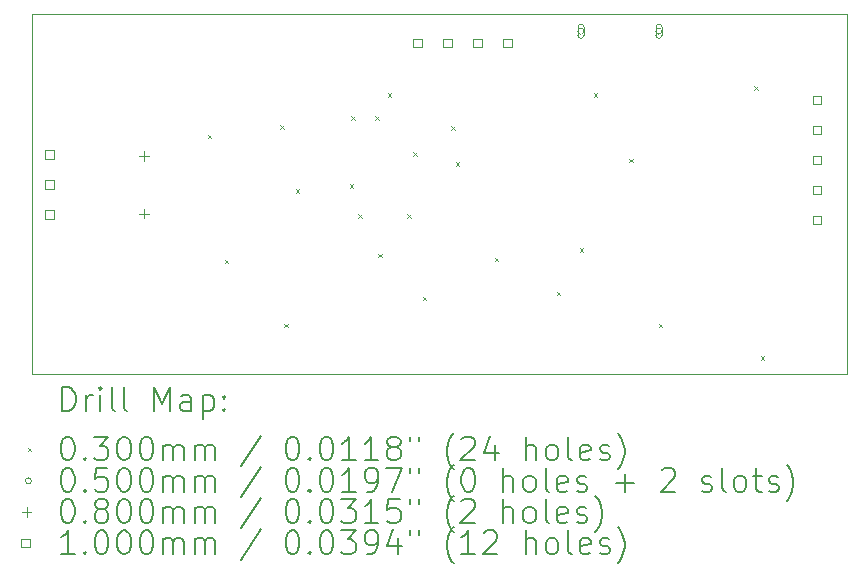
<source format=gbr>
%TF.GenerationSoftware,KiCad,Pcbnew,9.0.0*%
%TF.CreationDate,2025-08-28T17:52:37+02:00*%
%TF.ProjectId,audioVisualizer_PCB,61756469-6f56-4697-9375-616c697a6572,rev?*%
%TF.SameCoordinates,Original*%
%TF.FileFunction,Drillmap*%
%TF.FilePolarity,Positive*%
%FSLAX45Y45*%
G04 Gerber Fmt 4.5, Leading zero omitted, Abs format (unit mm)*
G04 Created by KiCad (PCBNEW 9.0.0) date 2025-08-28 17:52:37*
%MOMM*%
%LPD*%
G01*
G04 APERTURE LIST*
%ADD10C,0.050000*%
%ADD11C,0.200000*%
%ADD12C,0.100000*%
G04 APERTURE END LIST*
D10*
X10550000Y-4150000D02*
X17450000Y-4150000D01*
X17450000Y-7200000D01*
X10550000Y-7200000D01*
X10550000Y-4150000D01*
D11*
D12*
X12039550Y-5175300D02*
X12069550Y-5205300D01*
X12069550Y-5175300D02*
X12039550Y-5205300D01*
X12185000Y-6235000D02*
X12215000Y-6265000D01*
X12215000Y-6235000D02*
X12185000Y-6265000D01*
X12652890Y-5094030D02*
X12682890Y-5124030D01*
X12682890Y-5094030D02*
X12652890Y-5124030D01*
X12687140Y-6776350D02*
X12717140Y-6806350D01*
X12717140Y-6776350D02*
X12687140Y-6806350D01*
X12785000Y-5635000D02*
X12815000Y-5665000D01*
X12815000Y-5635000D02*
X12785000Y-5665000D01*
X13242120Y-5594600D02*
X13272120Y-5624600D01*
X13272120Y-5594600D02*
X13242120Y-5624600D01*
X13256570Y-5017190D02*
X13286570Y-5047190D01*
X13286570Y-5017190D02*
X13256570Y-5047190D01*
X13315420Y-5850980D02*
X13345420Y-5880980D01*
X13345420Y-5850980D02*
X13315420Y-5880980D01*
X13457120Y-5017740D02*
X13487120Y-5047740D01*
X13487120Y-5017740D02*
X13457120Y-5047740D01*
X13485000Y-6185000D02*
X13515000Y-6215000D01*
X13515000Y-6185000D02*
X13485000Y-6215000D01*
X13563420Y-4822650D02*
X13593420Y-4852650D01*
X13593420Y-4822650D02*
X13563420Y-4852650D01*
X13732020Y-5850980D02*
X13762020Y-5880980D01*
X13762020Y-5850980D02*
X13732020Y-5880980D01*
X13778980Y-5325030D02*
X13808980Y-5355030D01*
X13808980Y-5325030D02*
X13778980Y-5355030D01*
X13862590Y-6547200D02*
X13892590Y-6577200D01*
X13892590Y-6547200D02*
X13862590Y-6577200D01*
X14100920Y-5101750D02*
X14130920Y-5131750D01*
X14130920Y-5101750D02*
X14100920Y-5131750D01*
X14141100Y-5410200D02*
X14171100Y-5440200D01*
X14171100Y-5410200D02*
X14141100Y-5440200D01*
X14470930Y-6218150D02*
X14500930Y-6248150D01*
X14500930Y-6218150D02*
X14470930Y-6248150D01*
X14994270Y-6505080D02*
X15024270Y-6535080D01*
X15024270Y-6505080D02*
X14994270Y-6535080D01*
X15189180Y-6136840D02*
X15219180Y-6166840D01*
X15219180Y-6136840D02*
X15189180Y-6166840D01*
X15307800Y-4822650D02*
X15337800Y-4852650D01*
X15337800Y-4822650D02*
X15307800Y-4852650D01*
X15608600Y-5380850D02*
X15638600Y-5410850D01*
X15638600Y-5380850D02*
X15608600Y-5410850D01*
X15859290Y-6776350D02*
X15889290Y-6806350D01*
X15889290Y-6776350D02*
X15859290Y-6806350D01*
X16667620Y-4763550D02*
X16697620Y-4793550D01*
X16697620Y-4763550D02*
X16667620Y-4793550D01*
X16724310Y-7049950D02*
X16754310Y-7079950D01*
X16754310Y-7049950D02*
X16724310Y-7079950D01*
X15225000Y-4300000D02*
G75*
G02*
X15175000Y-4300000I-25000J0D01*
G01*
X15175000Y-4300000D02*
G75*
G02*
X15225000Y-4300000I25000J0D01*
G01*
X15175000Y-4265000D02*
X15175000Y-4335000D01*
X15225000Y-4335000D02*
G75*
G02*
X15175000Y-4335000I-25000J0D01*
G01*
X15225000Y-4335000D02*
X15225000Y-4265000D01*
X15225000Y-4265000D02*
G75*
G03*
X15175000Y-4265000I-25000J0D01*
G01*
X15885000Y-4300000D02*
G75*
G02*
X15835000Y-4300000I-25000J0D01*
G01*
X15835000Y-4300000D02*
G75*
G02*
X15885000Y-4300000I25000J0D01*
G01*
X15835000Y-4265000D02*
X15835000Y-4335000D01*
X15885000Y-4335000D02*
G75*
G02*
X15835000Y-4335000I-25000J0D01*
G01*
X15885000Y-4335000D02*
X15885000Y-4265000D01*
X15885000Y-4265000D02*
G75*
G03*
X15835000Y-4265000I-25000J0D01*
G01*
X11500000Y-5317000D02*
X11500000Y-5397000D01*
X11460000Y-5357000D02*
X11540000Y-5357000D01*
X11500000Y-5805000D02*
X11500000Y-5885000D01*
X11460000Y-5845000D02*
X11540000Y-5845000D01*
X10735356Y-5377356D02*
X10735356Y-5306644D01*
X10664644Y-5306644D01*
X10664644Y-5377356D01*
X10735356Y-5377356D01*
X10735356Y-5631356D02*
X10735356Y-5560644D01*
X10664644Y-5560644D01*
X10664644Y-5631356D01*
X10735356Y-5631356D01*
X10735356Y-5885356D02*
X10735356Y-5814644D01*
X10664644Y-5814644D01*
X10664644Y-5885356D01*
X10735356Y-5885356D01*
X13853356Y-4435356D02*
X13853356Y-4364644D01*
X13782644Y-4364644D01*
X13782644Y-4435356D01*
X13853356Y-4435356D01*
X14107356Y-4435356D02*
X14107356Y-4364644D01*
X14036644Y-4364644D01*
X14036644Y-4435356D01*
X14107356Y-4435356D01*
X14361356Y-4435356D02*
X14361356Y-4364644D01*
X14290644Y-4364644D01*
X14290644Y-4435356D01*
X14361356Y-4435356D01*
X14615356Y-4435356D02*
X14615356Y-4364644D01*
X14544644Y-4364644D01*
X14544644Y-4435356D01*
X14615356Y-4435356D01*
X17235356Y-4919356D02*
X17235356Y-4848644D01*
X17164644Y-4848644D01*
X17164644Y-4919356D01*
X17235356Y-4919356D01*
X17235356Y-5173356D02*
X17235356Y-5102644D01*
X17164644Y-5102644D01*
X17164644Y-5173356D01*
X17235356Y-5173356D01*
X17235356Y-5427356D02*
X17235356Y-5356644D01*
X17164644Y-5356644D01*
X17164644Y-5427356D01*
X17235356Y-5427356D01*
X17235356Y-5681356D02*
X17235356Y-5610644D01*
X17164644Y-5610644D01*
X17164644Y-5681356D01*
X17235356Y-5681356D01*
X17235356Y-5935356D02*
X17235356Y-5864644D01*
X17164644Y-5864644D01*
X17164644Y-5935356D01*
X17235356Y-5935356D01*
D11*
X10808277Y-7513984D02*
X10808277Y-7313984D01*
X10808277Y-7313984D02*
X10855896Y-7313984D01*
X10855896Y-7313984D02*
X10884467Y-7323508D01*
X10884467Y-7323508D02*
X10903515Y-7342555D01*
X10903515Y-7342555D02*
X10913039Y-7361603D01*
X10913039Y-7361603D02*
X10922563Y-7399698D01*
X10922563Y-7399698D02*
X10922563Y-7428269D01*
X10922563Y-7428269D02*
X10913039Y-7466365D01*
X10913039Y-7466365D02*
X10903515Y-7485412D01*
X10903515Y-7485412D02*
X10884467Y-7504460D01*
X10884467Y-7504460D02*
X10855896Y-7513984D01*
X10855896Y-7513984D02*
X10808277Y-7513984D01*
X11008277Y-7513984D02*
X11008277Y-7380650D01*
X11008277Y-7418746D02*
X11017801Y-7399698D01*
X11017801Y-7399698D02*
X11027324Y-7390174D01*
X11027324Y-7390174D02*
X11046372Y-7380650D01*
X11046372Y-7380650D02*
X11065420Y-7380650D01*
X11132086Y-7513984D02*
X11132086Y-7380650D01*
X11132086Y-7313984D02*
X11122563Y-7323508D01*
X11122563Y-7323508D02*
X11132086Y-7333031D01*
X11132086Y-7333031D02*
X11141610Y-7323508D01*
X11141610Y-7323508D02*
X11132086Y-7313984D01*
X11132086Y-7313984D02*
X11132086Y-7333031D01*
X11255896Y-7513984D02*
X11236848Y-7504460D01*
X11236848Y-7504460D02*
X11227324Y-7485412D01*
X11227324Y-7485412D02*
X11227324Y-7313984D01*
X11360658Y-7513984D02*
X11341610Y-7504460D01*
X11341610Y-7504460D02*
X11332086Y-7485412D01*
X11332086Y-7485412D02*
X11332086Y-7313984D01*
X11589229Y-7513984D02*
X11589229Y-7313984D01*
X11589229Y-7313984D02*
X11655896Y-7456841D01*
X11655896Y-7456841D02*
X11722562Y-7313984D01*
X11722562Y-7313984D02*
X11722562Y-7513984D01*
X11903515Y-7513984D02*
X11903515Y-7409222D01*
X11903515Y-7409222D02*
X11893991Y-7390174D01*
X11893991Y-7390174D02*
X11874943Y-7380650D01*
X11874943Y-7380650D02*
X11836848Y-7380650D01*
X11836848Y-7380650D02*
X11817801Y-7390174D01*
X11903515Y-7504460D02*
X11884467Y-7513984D01*
X11884467Y-7513984D02*
X11836848Y-7513984D01*
X11836848Y-7513984D02*
X11817801Y-7504460D01*
X11817801Y-7504460D02*
X11808277Y-7485412D01*
X11808277Y-7485412D02*
X11808277Y-7466365D01*
X11808277Y-7466365D02*
X11817801Y-7447317D01*
X11817801Y-7447317D02*
X11836848Y-7437793D01*
X11836848Y-7437793D02*
X11884467Y-7437793D01*
X11884467Y-7437793D02*
X11903515Y-7428269D01*
X11998753Y-7380650D02*
X11998753Y-7580650D01*
X11998753Y-7390174D02*
X12017801Y-7380650D01*
X12017801Y-7380650D02*
X12055896Y-7380650D01*
X12055896Y-7380650D02*
X12074943Y-7390174D01*
X12074943Y-7390174D02*
X12084467Y-7399698D01*
X12084467Y-7399698D02*
X12093991Y-7418746D01*
X12093991Y-7418746D02*
X12093991Y-7475888D01*
X12093991Y-7475888D02*
X12084467Y-7494936D01*
X12084467Y-7494936D02*
X12074943Y-7504460D01*
X12074943Y-7504460D02*
X12055896Y-7513984D01*
X12055896Y-7513984D02*
X12017801Y-7513984D01*
X12017801Y-7513984D02*
X11998753Y-7504460D01*
X12179705Y-7494936D02*
X12189229Y-7504460D01*
X12189229Y-7504460D02*
X12179705Y-7513984D01*
X12179705Y-7513984D02*
X12170182Y-7504460D01*
X12170182Y-7504460D02*
X12179705Y-7494936D01*
X12179705Y-7494936D02*
X12179705Y-7513984D01*
X12179705Y-7390174D02*
X12189229Y-7399698D01*
X12189229Y-7399698D02*
X12179705Y-7409222D01*
X12179705Y-7409222D02*
X12170182Y-7399698D01*
X12170182Y-7399698D02*
X12179705Y-7390174D01*
X12179705Y-7390174D02*
X12179705Y-7409222D01*
D12*
X10517500Y-7827500D02*
X10547500Y-7857500D01*
X10547500Y-7827500D02*
X10517500Y-7857500D01*
D11*
X10846372Y-7733984D02*
X10865420Y-7733984D01*
X10865420Y-7733984D02*
X10884467Y-7743508D01*
X10884467Y-7743508D02*
X10893991Y-7753031D01*
X10893991Y-7753031D02*
X10903515Y-7772079D01*
X10903515Y-7772079D02*
X10913039Y-7810174D01*
X10913039Y-7810174D02*
X10913039Y-7857793D01*
X10913039Y-7857793D02*
X10903515Y-7895888D01*
X10903515Y-7895888D02*
X10893991Y-7914936D01*
X10893991Y-7914936D02*
X10884467Y-7924460D01*
X10884467Y-7924460D02*
X10865420Y-7933984D01*
X10865420Y-7933984D02*
X10846372Y-7933984D01*
X10846372Y-7933984D02*
X10827324Y-7924460D01*
X10827324Y-7924460D02*
X10817801Y-7914936D01*
X10817801Y-7914936D02*
X10808277Y-7895888D01*
X10808277Y-7895888D02*
X10798753Y-7857793D01*
X10798753Y-7857793D02*
X10798753Y-7810174D01*
X10798753Y-7810174D02*
X10808277Y-7772079D01*
X10808277Y-7772079D02*
X10817801Y-7753031D01*
X10817801Y-7753031D02*
X10827324Y-7743508D01*
X10827324Y-7743508D02*
X10846372Y-7733984D01*
X10998753Y-7914936D02*
X11008277Y-7924460D01*
X11008277Y-7924460D02*
X10998753Y-7933984D01*
X10998753Y-7933984D02*
X10989229Y-7924460D01*
X10989229Y-7924460D02*
X10998753Y-7914936D01*
X10998753Y-7914936D02*
X10998753Y-7933984D01*
X11074944Y-7733984D02*
X11198753Y-7733984D01*
X11198753Y-7733984D02*
X11132086Y-7810174D01*
X11132086Y-7810174D02*
X11160658Y-7810174D01*
X11160658Y-7810174D02*
X11179705Y-7819698D01*
X11179705Y-7819698D02*
X11189229Y-7829222D01*
X11189229Y-7829222D02*
X11198753Y-7848269D01*
X11198753Y-7848269D02*
X11198753Y-7895888D01*
X11198753Y-7895888D02*
X11189229Y-7914936D01*
X11189229Y-7914936D02*
X11179705Y-7924460D01*
X11179705Y-7924460D02*
X11160658Y-7933984D01*
X11160658Y-7933984D02*
X11103515Y-7933984D01*
X11103515Y-7933984D02*
X11084467Y-7924460D01*
X11084467Y-7924460D02*
X11074944Y-7914936D01*
X11322562Y-7733984D02*
X11341610Y-7733984D01*
X11341610Y-7733984D02*
X11360658Y-7743508D01*
X11360658Y-7743508D02*
X11370182Y-7753031D01*
X11370182Y-7753031D02*
X11379705Y-7772079D01*
X11379705Y-7772079D02*
X11389229Y-7810174D01*
X11389229Y-7810174D02*
X11389229Y-7857793D01*
X11389229Y-7857793D02*
X11379705Y-7895888D01*
X11379705Y-7895888D02*
X11370182Y-7914936D01*
X11370182Y-7914936D02*
X11360658Y-7924460D01*
X11360658Y-7924460D02*
X11341610Y-7933984D01*
X11341610Y-7933984D02*
X11322562Y-7933984D01*
X11322562Y-7933984D02*
X11303515Y-7924460D01*
X11303515Y-7924460D02*
X11293991Y-7914936D01*
X11293991Y-7914936D02*
X11284467Y-7895888D01*
X11284467Y-7895888D02*
X11274943Y-7857793D01*
X11274943Y-7857793D02*
X11274943Y-7810174D01*
X11274943Y-7810174D02*
X11284467Y-7772079D01*
X11284467Y-7772079D02*
X11293991Y-7753031D01*
X11293991Y-7753031D02*
X11303515Y-7743508D01*
X11303515Y-7743508D02*
X11322562Y-7733984D01*
X11513039Y-7733984D02*
X11532086Y-7733984D01*
X11532086Y-7733984D02*
X11551134Y-7743508D01*
X11551134Y-7743508D02*
X11560658Y-7753031D01*
X11560658Y-7753031D02*
X11570182Y-7772079D01*
X11570182Y-7772079D02*
X11579705Y-7810174D01*
X11579705Y-7810174D02*
X11579705Y-7857793D01*
X11579705Y-7857793D02*
X11570182Y-7895888D01*
X11570182Y-7895888D02*
X11560658Y-7914936D01*
X11560658Y-7914936D02*
X11551134Y-7924460D01*
X11551134Y-7924460D02*
X11532086Y-7933984D01*
X11532086Y-7933984D02*
X11513039Y-7933984D01*
X11513039Y-7933984D02*
X11493991Y-7924460D01*
X11493991Y-7924460D02*
X11484467Y-7914936D01*
X11484467Y-7914936D02*
X11474943Y-7895888D01*
X11474943Y-7895888D02*
X11465420Y-7857793D01*
X11465420Y-7857793D02*
X11465420Y-7810174D01*
X11465420Y-7810174D02*
X11474943Y-7772079D01*
X11474943Y-7772079D02*
X11484467Y-7753031D01*
X11484467Y-7753031D02*
X11493991Y-7743508D01*
X11493991Y-7743508D02*
X11513039Y-7733984D01*
X11665420Y-7933984D02*
X11665420Y-7800650D01*
X11665420Y-7819698D02*
X11674943Y-7810174D01*
X11674943Y-7810174D02*
X11693991Y-7800650D01*
X11693991Y-7800650D02*
X11722563Y-7800650D01*
X11722563Y-7800650D02*
X11741610Y-7810174D01*
X11741610Y-7810174D02*
X11751134Y-7829222D01*
X11751134Y-7829222D02*
X11751134Y-7933984D01*
X11751134Y-7829222D02*
X11760658Y-7810174D01*
X11760658Y-7810174D02*
X11779705Y-7800650D01*
X11779705Y-7800650D02*
X11808277Y-7800650D01*
X11808277Y-7800650D02*
X11827324Y-7810174D01*
X11827324Y-7810174D02*
X11836848Y-7829222D01*
X11836848Y-7829222D02*
X11836848Y-7933984D01*
X11932086Y-7933984D02*
X11932086Y-7800650D01*
X11932086Y-7819698D02*
X11941610Y-7810174D01*
X11941610Y-7810174D02*
X11960658Y-7800650D01*
X11960658Y-7800650D02*
X11989229Y-7800650D01*
X11989229Y-7800650D02*
X12008277Y-7810174D01*
X12008277Y-7810174D02*
X12017801Y-7829222D01*
X12017801Y-7829222D02*
X12017801Y-7933984D01*
X12017801Y-7829222D02*
X12027324Y-7810174D01*
X12027324Y-7810174D02*
X12046372Y-7800650D01*
X12046372Y-7800650D02*
X12074943Y-7800650D01*
X12074943Y-7800650D02*
X12093991Y-7810174D01*
X12093991Y-7810174D02*
X12103515Y-7829222D01*
X12103515Y-7829222D02*
X12103515Y-7933984D01*
X12493991Y-7724460D02*
X12322563Y-7981603D01*
X12751134Y-7733984D02*
X12770182Y-7733984D01*
X12770182Y-7733984D02*
X12789229Y-7743508D01*
X12789229Y-7743508D02*
X12798753Y-7753031D01*
X12798753Y-7753031D02*
X12808277Y-7772079D01*
X12808277Y-7772079D02*
X12817801Y-7810174D01*
X12817801Y-7810174D02*
X12817801Y-7857793D01*
X12817801Y-7857793D02*
X12808277Y-7895888D01*
X12808277Y-7895888D02*
X12798753Y-7914936D01*
X12798753Y-7914936D02*
X12789229Y-7924460D01*
X12789229Y-7924460D02*
X12770182Y-7933984D01*
X12770182Y-7933984D02*
X12751134Y-7933984D01*
X12751134Y-7933984D02*
X12732086Y-7924460D01*
X12732086Y-7924460D02*
X12722563Y-7914936D01*
X12722563Y-7914936D02*
X12713039Y-7895888D01*
X12713039Y-7895888D02*
X12703515Y-7857793D01*
X12703515Y-7857793D02*
X12703515Y-7810174D01*
X12703515Y-7810174D02*
X12713039Y-7772079D01*
X12713039Y-7772079D02*
X12722563Y-7753031D01*
X12722563Y-7753031D02*
X12732086Y-7743508D01*
X12732086Y-7743508D02*
X12751134Y-7733984D01*
X12903515Y-7914936D02*
X12913039Y-7924460D01*
X12913039Y-7924460D02*
X12903515Y-7933984D01*
X12903515Y-7933984D02*
X12893991Y-7924460D01*
X12893991Y-7924460D02*
X12903515Y-7914936D01*
X12903515Y-7914936D02*
X12903515Y-7933984D01*
X13036848Y-7733984D02*
X13055896Y-7733984D01*
X13055896Y-7733984D02*
X13074944Y-7743508D01*
X13074944Y-7743508D02*
X13084467Y-7753031D01*
X13084467Y-7753031D02*
X13093991Y-7772079D01*
X13093991Y-7772079D02*
X13103515Y-7810174D01*
X13103515Y-7810174D02*
X13103515Y-7857793D01*
X13103515Y-7857793D02*
X13093991Y-7895888D01*
X13093991Y-7895888D02*
X13084467Y-7914936D01*
X13084467Y-7914936D02*
X13074944Y-7924460D01*
X13074944Y-7924460D02*
X13055896Y-7933984D01*
X13055896Y-7933984D02*
X13036848Y-7933984D01*
X13036848Y-7933984D02*
X13017801Y-7924460D01*
X13017801Y-7924460D02*
X13008277Y-7914936D01*
X13008277Y-7914936D02*
X12998753Y-7895888D01*
X12998753Y-7895888D02*
X12989229Y-7857793D01*
X12989229Y-7857793D02*
X12989229Y-7810174D01*
X12989229Y-7810174D02*
X12998753Y-7772079D01*
X12998753Y-7772079D02*
X13008277Y-7753031D01*
X13008277Y-7753031D02*
X13017801Y-7743508D01*
X13017801Y-7743508D02*
X13036848Y-7733984D01*
X13293991Y-7933984D02*
X13179706Y-7933984D01*
X13236848Y-7933984D02*
X13236848Y-7733984D01*
X13236848Y-7733984D02*
X13217801Y-7762555D01*
X13217801Y-7762555D02*
X13198753Y-7781603D01*
X13198753Y-7781603D02*
X13179706Y-7791127D01*
X13484467Y-7933984D02*
X13370182Y-7933984D01*
X13427325Y-7933984D02*
X13427325Y-7733984D01*
X13427325Y-7733984D02*
X13408277Y-7762555D01*
X13408277Y-7762555D02*
X13389229Y-7781603D01*
X13389229Y-7781603D02*
X13370182Y-7791127D01*
X13598753Y-7819698D02*
X13579706Y-7810174D01*
X13579706Y-7810174D02*
X13570182Y-7800650D01*
X13570182Y-7800650D02*
X13560658Y-7781603D01*
X13560658Y-7781603D02*
X13560658Y-7772079D01*
X13560658Y-7772079D02*
X13570182Y-7753031D01*
X13570182Y-7753031D02*
X13579706Y-7743508D01*
X13579706Y-7743508D02*
X13598753Y-7733984D01*
X13598753Y-7733984D02*
X13636848Y-7733984D01*
X13636848Y-7733984D02*
X13655896Y-7743508D01*
X13655896Y-7743508D02*
X13665420Y-7753031D01*
X13665420Y-7753031D02*
X13674944Y-7772079D01*
X13674944Y-7772079D02*
X13674944Y-7781603D01*
X13674944Y-7781603D02*
X13665420Y-7800650D01*
X13665420Y-7800650D02*
X13655896Y-7810174D01*
X13655896Y-7810174D02*
X13636848Y-7819698D01*
X13636848Y-7819698D02*
X13598753Y-7819698D01*
X13598753Y-7819698D02*
X13579706Y-7829222D01*
X13579706Y-7829222D02*
X13570182Y-7838746D01*
X13570182Y-7838746D02*
X13560658Y-7857793D01*
X13560658Y-7857793D02*
X13560658Y-7895888D01*
X13560658Y-7895888D02*
X13570182Y-7914936D01*
X13570182Y-7914936D02*
X13579706Y-7924460D01*
X13579706Y-7924460D02*
X13598753Y-7933984D01*
X13598753Y-7933984D02*
X13636848Y-7933984D01*
X13636848Y-7933984D02*
X13655896Y-7924460D01*
X13655896Y-7924460D02*
X13665420Y-7914936D01*
X13665420Y-7914936D02*
X13674944Y-7895888D01*
X13674944Y-7895888D02*
X13674944Y-7857793D01*
X13674944Y-7857793D02*
X13665420Y-7838746D01*
X13665420Y-7838746D02*
X13655896Y-7829222D01*
X13655896Y-7829222D02*
X13636848Y-7819698D01*
X13751134Y-7733984D02*
X13751134Y-7772079D01*
X13827325Y-7733984D02*
X13827325Y-7772079D01*
X14122563Y-8010174D02*
X14113039Y-8000650D01*
X14113039Y-8000650D02*
X14093991Y-7972079D01*
X14093991Y-7972079D02*
X14084468Y-7953031D01*
X14084468Y-7953031D02*
X14074944Y-7924460D01*
X14074944Y-7924460D02*
X14065420Y-7876841D01*
X14065420Y-7876841D02*
X14065420Y-7838746D01*
X14065420Y-7838746D02*
X14074944Y-7791127D01*
X14074944Y-7791127D02*
X14084468Y-7762555D01*
X14084468Y-7762555D02*
X14093991Y-7743508D01*
X14093991Y-7743508D02*
X14113039Y-7714936D01*
X14113039Y-7714936D02*
X14122563Y-7705412D01*
X14189229Y-7753031D02*
X14198753Y-7743508D01*
X14198753Y-7743508D02*
X14217801Y-7733984D01*
X14217801Y-7733984D02*
X14265420Y-7733984D01*
X14265420Y-7733984D02*
X14284468Y-7743508D01*
X14284468Y-7743508D02*
X14293991Y-7753031D01*
X14293991Y-7753031D02*
X14303515Y-7772079D01*
X14303515Y-7772079D02*
X14303515Y-7791127D01*
X14303515Y-7791127D02*
X14293991Y-7819698D01*
X14293991Y-7819698D02*
X14179706Y-7933984D01*
X14179706Y-7933984D02*
X14303515Y-7933984D01*
X14474944Y-7800650D02*
X14474944Y-7933984D01*
X14427325Y-7724460D02*
X14379706Y-7867317D01*
X14379706Y-7867317D02*
X14503515Y-7867317D01*
X14732087Y-7933984D02*
X14732087Y-7733984D01*
X14817801Y-7933984D02*
X14817801Y-7829222D01*
X14817801Y-7829222D02*
X14808277Y-7810174D01*
X14808277Y-7810174D02*
X14789230Y-7800650D01*
X14789230Y-7800650D02*
X14760658Y-7800650D01*
X14760658Y-7800650D02*
X14741610Y-7810174D01*
X14741610Y-7810174D02*
X14732087Y-7819698D01*
X14941610Y-7933984D02*
X14922563Y-7924460D01*
X14922563Y-7924460D02*
X14913039Y-7914936D01*
X14913039Y-7914936D02*
X14903515Y-7895888D01*
X14903515Y-7895888D02*
X14903515Y-7838746D01*
X14903515Y-7838746D02*
X14913039Y-7819698D01*
X14913039Y-7819698D02*
X14922563Y-7810174D01*
X14922563Y-7810174D02*
X14941610Y-7800650D01*
X14941610Y-7800650D02*
X14970182Y-7800650D01*
X14970182Y-7800650D02*
X14989230Y-7810174D01*
X14989230Y-7810174D02*
X14998753Y-7819698D01*
X14998753Y-7819698D02*
X15008277Y-7838746D01*
X15008277Y-7838746D02*
X15008277Y-7895888D01*
X15008277Y-7895888D02*
X14998753Y-7914936D01*
X14998753Y-7914936D02*
X14989230Y-7924460D01*
X14989230Y-7924460D02*
X14970182Y-7933984D01*
X14970182Y-7933984D02*
X14941610Y-7933984D01*
X15122563Y-7933984D02*
X15103515Y-7924460D01*
X15103515Y-7924460D02*
X15093991Y-7905412D01*
X15093991Y-7905412D02*
X15093991Y-7733984D01*
X15274944Y-7924460D02*
X15255896Y-7933984D01*
X15255896Y-7933984D02*
X15217801Y-7933984D01*
X15217801Y-7933984D02*
X15198753Y-7924460D01*
X15198753Y-7924460D02*
X15189230Y-7905412D01*
X15189230Y-7905412D02*
X15189230Y-7829222D01*
X15189230Y-7829222D02*
X15198753Y-7810174D01*
X15198753Y-7810174D02*
X15217801Y-7800650D01*
X15217801Y-7800650D02*
X15255896Y-7800650D01*
X15255896Y-7800650D02*
X15274944Y-7810174D01*
X15274944Y-7810174D02*
X15284468Y-7829222D01*
X15284468Y-7829222D02*
X15284468Y-7848269D01*
X15284468Y-7848269D02*
X15189230Y-7867317D01*
X15360658Y-7924460D02*
X15379706Y-7933984D01*
X15379706Y-7933984D02*
X15417801Y-7933984D01*
X15417801Y-7933984D02*
X15436849Y-7924460D01*
X15436849Y-7924460D02*
X15446372Y-7905412D01*
X15446372Y-7905412D02*
X15446372Y-7895888D01*
X15446372Y-7895888D02*
X15436849Y-7876841D01*
X15436849Y-7876841D02*
X15417801Y-7867317D01*
X15417801Y-7867317D02*
X15389230Y-7867317D01*
X15389230Y-7867317D02*
X15370182Y-7857793D01*
X15370182Y-7857793D02*
X15360658Y-7838746D01*
X15360658Y-7838746D02*
X15360658Y-7829222D01*
X15360658Y-7829222D02*
X15370182Y-7810174D01*
X15370182Y-7810174D02*
X15389230Y-7800650D01*
X15389230Y-7800650D02*
X15417801Y-7800650D01*
X15417801Y-7800650D02*
X15436849Y-7810174D01*
X15513039Y-8010174D02*
X15522563Y-8000650D01*
X15522563Y-8000650D02*
X15541611Y-7972079D01*
X15541611Y-7972079D02*
X15551134Y-7953031D01*
X15551134Y-7953031D02*
X15560658Y-7924460D01*
X15560658Y-7924460D02*
X15570182Y-7876841D01*
X15570182Y-7876841D02*
X15570182Y-7838746D01*
X15570182Y-7838746D02*
X15560658Y-7791127D01*
X15560658Y-7791127D02*
X15551134Y-7762555D01*
X15551134Y-7762555D02*
X15541611Y-7743508D01*
X15541611Y-7743508D02*
X15522563Y-7714936D01*
X15522563Y-7714936D02*
X15513039Y-7705412D01*
D12*
X10547500Y-8106500D02*
G75*
G02*
X10497500Y-8106500I-25000J0D01*
G01*
X10497500Y-8106500D02*
G75*
G02*
X10547500Y-8106500I25000J0D01*
G01*
D11*
X10846372Y-7997984D02*
X10865420Y-7997984D01*
X10865420Y-7997984D02*
X10884467Y-8007508D01*
X10884467Y-8007508D02*
X10893991Y-8017031D01*
X10893991Y-8017031D02*
X10903515Y-8036079D01*
X10903515Y-8036079D02*
X10913039Y-8074174D01*
X10913039Y-8074174D02*
X10913039Y-8121793D01*
X10913039Y-8121793D02*
X10903515Y-8159888D01*
X10903515Y-8159888D02*
X10893991Y-8178936D01*
X10893991Y-8178936D02*
X10884467Y-8188460D01*
X10884467Y-8188460D02*
X10865420Y-8197984D01*
X10865420Y-8197984D02*
X10846372Y-8197984D01*
X10846372Y-8197984D02*
X10827324Y-8188460D01*
X10827324Y-8188460D02*
X10817801Y-8178936D01*
X10817801Y-8178936D02*
X10808277Y-8159888D01*
X10808277Y-8159888D02*
X10798753Y-8121793D01*
X10798753Y-8121793D02*
X10798753Y-8074174D01*
X10798753Y-8074174D02*
X10808277Y-8036079D01*
X10808277Y-8036079D02*
X10817801Y-8017031D01*
X10817801Y-8017031D02*
X10827324Y-8007508D01*
X10827324Y-8007508D02*
X10846372Y-7997984D01*
X10998753Y-8178936D02*
X11008277Y-8188460D01*
X11008277Y-8188460D02*
X10998753Y-8197984D01*
X10998753Y-8197984D02*
X10989229Y-8188460D01*
X10989229Y-8188460D02*
X10998753Y-8178936D01*
X10998753Y-8178936D02*
X10998753Y-8197984D01*
X11189229Y-7997984D02*
X11093991Y-7997984D01*
X11093991Y-7997984D02*
X11084467Y-8093222D01*
X11084467Y-8093222D02*
X11093991Y-8083698D01*
X11093991Y-8083698D02*
X11113039Y-8074174D01*
X11113039Y-8074174D02*
X11160658Y-8074174D01*
X11160658Y-8074174D02*
X11179705Y-8083698D01*
X11179705Y-8083698D02*
X11189229Y-8093222D01*
X11189229Y-8093222D02*
X11198753Y-8112269D01*
X11198753Y-8112269D02*
X11198753Y-8159888D01*
X11198753Y-8159888D02*
X11189229Y-8178936D01*
X11189229Y-8178936D02*
X11179705Y-8188460D01*
X11179705Y-8188460D02*
X11160658Y-8197984D01*
X11160658Y-8197984D02*
X11113039Y-8197984D01*
X11113039Y-8197984D02*
X11093991Y-8188460D01*
X11093991Y-8188460D02*
X11084467Y-8178936D01*
X11322562Y-7997984D02*
X11341610Y-7997984D01*
X11341610Y-7997984D02*
X11360658Y-8007508D01*
X11360658Y-8007508D02*
X11370182Y-8017031D01*
X11370182Y-8017031D02*
X11379705Y-8036079D01*
X11379705Y-8036079D02*
X11389229Y-8074174D01*
X11389229Y-8074174D02*
X11389229Y-8121793D01*
X11389229Y-8121793D02*
X11379705Y-8159888D01*
X11379705Y-8159888D02*
X11370182Y-8178936D01*
X11370182Y-8178936D02*
X11360658Y-8188460D01*
X11360658Y-8188460D02*
X11341610Y-8197984D01*
X11341610Y-8197984D02*
X11322562Y-8197984D01*
X11322562Y-8197984D02*
X11303515Y-8188460D01*
X11303515Y-8188460D02*
X11293991Y-8178936D01*
X11293991Y-8178936D02*
X11284467Y-8159888D01*
X11284467Y-8159888D02*
X11274943Y-8121793D01*
X11274943Y-8121793D02*
X11274943Y-8074174D01*
X11274943Y-8074174D02*
X11284467Y-8036079D01*
X11284467Y-8036079D02*
X11293991Y-8017031D01*
X11293991Y-8017031D02*
X11303515Y-8007508D01*
X11303515Y-8007508D02*
X11322562Y-7997984D01*
X11513039Y-7997984D02*
X11532086Y-7997984D01*
X11532086Y-7997984D02*
X11551134Y-8007508D01*
X11551134Y-8007508D02*
X11560658Y-8017031D01*
X11560658Y-8017031D02*
X11570182Y-8036079D01*
X11570182Y-8036079D02*
X11579705Y-8074174D01*
X11579705Y-8074174D02*
X11579705Y-8121793D01*
X11579705Y-8121793D02*
X11570182Y-8159888D01*
X11570182Y-8159888D02*
X11560658Y-8178936D01*
X11560658Y-8178936D02*
X11551134Y-8188460D01*
X11551134Y-8188460D02*
X11532086Y-8197984D01*
X11532086Y-8197984D02*
X11513039Y-8197984D01*
X11513039Y-8197984D02*
X11493991Y-8188460D01*
X11493991Y-8188460D02*
X11484467Y-8178936D01*
X11484467Y-8178936D02*
X11474943Y-8159888D01*
X11474943Y-8159888D02*
X11465420Y-8121793D01*
X11465420Y-8121793D02*
X11465420Y-8074174D01*
X11465420Y-8074174D02*
X11474943Y-8036079D01*
X11474943Y-8036079D02*
X11484467Y-8017031D01*
X11484467Y-8017031D02*
X11493991Y-8007508D01*
X11493991Y-8007508D02*
X11513039Y-7997984D01*
X11665420Y-8197984D02*
X11665420Y-8064650D01*
X11665420Y-8083698D02*
X11674943Y-8074174D01*
X11674943Y-8074174D02*
X11693991Y-8064650D01*
X11693991Y-8064650D02*
X11722563Y-8064650D01*
X11722563Y-8064650D02*
X11741610Y-8074174D01*
X11741610Y-8074174D02*
X11751134Y-8093222D01*
X11751134Y-8093222D02*
X11751134Y-8197984D01*
X11751134Y-8093222D02*
X11760658Y-8074174D01*
X11760658Y-8074174D02*
X11779705Y-8064650D01*
X11779705Y-8064650D02*
X11808277Y-8064650D01*
X11808277Y-8064650D02*
X11827324Y-8074174D01*
X11827324Y-8074174D02*
X11836848Y-8093222D01*
X11836848Y-8093222D02*
X11836848Y-8197984D01*
X11932086Y-8197984D02*
X11932086Y-8064650D01*
X11932086Y-8083698D02*
X11941610Y-8074174D01*
X11941610Y-8074174D02*
X11960658Y-8064650D01*
X11960658Y-8064650D02*
X11989229Y-8064650D01*
X11989229Y-8064650D02*
X12008277Y-8074174D01*
X12008277Y-8074174D02*
X12017801Y-8093222D01*
X12017801Y-8093222D02*
X12017801Y-8197984D01*
X12017801Y-8093222D02*
X12027324Y-8074174D01*
X12027324Y-8074174D02*
X12046372Y-8064650D01*
X12046372Y-8064650D02*
X12074943Y-8064650D01*
X12074943Y-8064650D02*
X12093991Y-8074174D01*
X12093991Y-8074174D02*
X12103515Y-8093222D01*
X12103515Y-8093222D02*
X12103515Y-8197984D01*
X12493991Y-7988460D02*
X12322563Y-8245603D01*
X12751134Y-7997984D02*
X12770182Y-7997984D01*
X12770182Y-7997984D02*
X12789229Y-8007508D01*
X12789229Y-8007508D02*
X12798753Y-8017031D01*
X12798753Y-8017031D02*
X12808277Y-8036079D01*
X12808277Y-8036079D02*
X12817801Y-8074174D01*
X12817801Y-8074174D02*
X12817801Y-8121793D01*
X12817801Y-8121793D02*
X12808277Y-8159888D01*
X12808277Y-8159888D02*
X12798753Y-8178936D01*
X12798753Y-8178936D02*
X12789229Y-8188460D01*
X12789229Y-8188460D02*
X12770182Y-8197984D01*
X12770182Y-8197984D02*
X12751134Y-8197984D01*
X12751134Y-8197984D02*
X12732086Y-8188460D01*
X12732086Y-8188460D02*
X12722563Y-8178936D01*
X12722563Y-8178936D02*
X12713039Y-8159888D01*
X12713039Y-8159888D02*
X12703515Y-8121793D01*
X12703515Y-8121793D02*
X12703515Y-8074174D01*
X12703515Y-8074174D02*
X12713039Y-8036079D01*
X12713039Y-8036079D02*
X12722563Y-8017031D01*
X12722563Y-8017031D02*
X12732086Y-8007508D01*
X12732086Y-8007508D02*
X12751134Y-7997984D01*
X12903515Y-8178936D02*
X12913039Y-8188460D01*
X12913039Y-8188460D02*
X12903515Y-8197984D01*
X12903515Y-8197984D02*
X12893991Y-8188460D01*
X12893991Y-8188460D02*
X12903515Y-8178936D01*
X12903515Y-8178936D02*
X12903515Y-8197984D01*
X13036848Y-7997984D02*
X13055896Y-7997984D01*
X13055896Y-7997984D02*
X13074944Y-8007508D01*
X13074944Y-8007508D02*
X13084467Y-8017031D01*
X13084467Y-8017031D02*
X13093991Y-8036079D01*
X13093991Y-8036079D02*
X13103515Y-8074174D01*
X13103515Y-8074174D02*
X13103515Y-8121793D01*
X13103515Y-8121793D02*
X13093991Y-8159888D01*
X13093991Y-8159888D02*
X13084467Y-8178936D01*
X13084467Y-8178936D02*
X13074944Y-8188460D01*
X13074944Y-8188460D02*
X13055896Y-8197984D01*
X13055896Y-8197984D02*
X13036848Y-8197984D01*
X13036848Y-8197984D02*
X13017801Y-8188460D01*
X13017801Y-8188460D02*
X13008277Y-8178936D01*
X13008277Y-8178936D02*
X12998753Y-8159888D01*
X12998753Y-8159888D02*
X12989229Y-8121793D01*
X12989229Y-8121793D02*
X12989229Y-8074174D01*
X12989229Y-8074174D02*
X12998753Y-8036079D01*
X12998753Y-8036079D02*
X13008277Y-8017031D01*
X13008277Y-8017031D02*
X13017801Y-8007508D01*
X13017801Y-8007508D02*
X13036848Y-7997984D01*
X13293991Y-8197984D02*
X13179706Y-8197984D01*
X13236848Y-8197984D02*
X13236848Y-7997984D01*
X13236848Y-7997984D02*
X13217801Y-8026555D01*
X13217801Y-8026555D02*
X13198753Y-8045603D01*
X13198753Y-8045603D02*
X13179706Y-8055127D01*
X13389229Y-8197984D02*
X13427325Y-8197984D01*
X13427325Y-8197984D02*
X13446372Y-8188460D01*
X13446372Y-8188460D02*
X13455896Y-8178936D01*
X13455896Y-8178936D02*
X13474944Y-8150365D01*
X13474944Y-8150365D02*
X13484467Y-8112269D01*
X13484467Y-8112269D02*
X13484467Y-8036079D01*
X13484467Y-8036079D02*
X13474944Y-8017031D01*
X13474944Y-8017031D02*
X13465420Y-8007508D01*
X13465420Y-8007508D02*
X13446372Y-7997984D01*
X13446372Y-7997984D02*
X13408277Y-7997984D01*
X13408277Y-7997984D02*
X13389229Y-8007508D01*
X13389229Y-8007508D02*
X13379706Y-8017031D01*
X13379706Y-8017031D02*
X13370182Y-8036079D01*
X13370182Y-8036079D02*
X13370182Y-8083698D01*
X13370182Y-8083698D02*
X13379706Y-8102746D01*
X13379706Y-8102746D02*
X13389229Y-8112269D01*
X13389229Y-8112269D02*
X13408277Y-8121793D01*
X13408277Y-8121793D02*
X13446372Y-8121793D01*
X13446372Y-8121793D02*
X13465420Y-8112269D01*
X13465420Y-8112269D02*
X13474944Y-8102746D01*
X13474944Y-8102746D02*
X13484467Y-8083698D01*
X13551134Y-7997984D02*
X13684467Y-7997984D01*
X13684467Y-7997984D02*
X13598753Y-8197984D01*
X13751134Y-7997984D02*
X13751134Y-8036079D01*
X13827325Y-7997984D02*
X13827325Y-8036079D01*
X14122563Y-8274174D02*
X14113039Y-8264650D01*
X14113039Y-8264650D02*
X14093991Y-8236079D01*
X14093991Y-8236079D02*
X14084468Y-8217031D01*
X14084468Y-8217031D02*
X14074944Y-8188460D01*
X14074944Y-8188460D02*
X14065420Y-8140841D01*
X14065420Y-8140841D02*
X14065420Y-8102746D01*
X14065420Y-8102746D02*
X14074944Y-8055127D01*
X14074944Y-8055127D02*
X14084468Y-8026555D01*
X14084468Y-8026555D02*
X14093991Y-8007508D01*
X14093991Y-8007508D02*
X14113039Y-7978936D01*
X14113039Y-7978936D02*
X14122563Y-7969412D01*
X14236848Y-7997984D02*
X14255896Y-7997984D01*
X14255896Y-7997984D02*
X14274944Y-8007508D01*
X14274944Y-8007508D02*
X14284468Y-8017031D01*
X14284468Y-8017031D02*
X14293991Y-8036079D01*
X14293991Y-8036079D02*
X14303515Y-8074174D01*
X14303515Y-8074174D02*
X14303515Y-8121793D01*
X14303515Y-8121793D02*
X14293991Y-8159888D01*
X14293991Y-8159888D02*
X14284468Y-8178936D01*
X14284468Y-8178936D02*
X14274944Y-8188460D01*
X14274944Y-8188460D02*
X14255896Y-8197984D01*
X14255896Y-8197984D02*
X14236848Y-8197984D01*
X14236848Y-8197984D02*
X14217801Y-8188460D01*
X14217801Y-8188460D02*
X14208277Y-8178936D01*
X14208277Y-8178936D02*
X14198753Y-8159888D01*
X14198753Y-8159888D02*
X14189229Y-8121793D01*
X14189229Y-8121793D02*
X14189229Y-8074174D01*
X14189229Y-8074174D02*
X14198753Y-8036079D01*
X14198753Y-8036079D02*
X14208277Y-8017031D01*
X14208277Y-8017031D02*
X14217801Y-8007508D01*
X14217801Y-8007508D02*
X14236848Y-7997984D01*
X14541610Y-8197984D02*
X14541610Y-7997984D01*
X14627325Y-8197984D02*
X14627325Y-8093222D01*
X14627325Y-8093222D02*
X14617801Y-8074174D01*
X14617801Y-8074174D02*
X14598753Y-8064650D01*
X14598753Y-8064650D02*
X14570182Y-8064650D01*
X14570182Y-8064650D02*
X14551134Y-8074174D01*
X14551134Y-8074174D02*
X14541610Y-8083698D01*
X14751134Y-8197984D02*
X14732087Y-8188460D01*
X14732087Y-8188460D02*
X14722563Y-8178936D01*
X14722563Y-8178936D02*
X14713039Y-8159888D01*
X14713039Y-8159888D02*
X14713039Y-8102746D01*
X14713039Y-8102746D02*
X14722563Y-8083698D01*
X14722563Y-8083698D02*
X14732087Y-8074174D01*
X14732087Y-8074174D02*
X14751134Y-8064650D01*
X14751134Y-8064650D02*
X14779706Y-8064650D01*
X14779706Y-8064650D02*
X14798753Y-8074174D01*
X14798753Y-8074174D02*
X14808277Y-8083698D01*
X14808277Y-8083698D02*
X14817801Y-8102746D01*
X14817801Y-8102746D02*
X14817801Y-8159888D01*
X14817801Y-8159888D02*
X14808277Y-8178936D01*
X14808277Y-8178936D02*
X14798753Y-8188460D01*
X14798753Y-8188460D02*
X14779706Y-8197984D01*
X14779706Y-8197984D02*
X14751134Y-8197984D01*
X14932087Y-8197984D02*
X14913039Y-8188460D01*
X14913039Y-8188460D02*
X14903515Y-8169412D01*
X14903515Y-8169412D02*
X14903515Y-7997984D01*
X15084468Y-8188460D02*
X15065420Y-8197984D01*
X15065420Y-8197984D02*
X15027325Y-8197984D01*
X15027325Y-8197984D02*
X15008277Y-8188460D01*
X15008277Y-8188460D02*
X14998753Y-8169412D01*
X14998753Y-8169412D02*
X14998753Y-8093222D01*
X14998753Y-8093222D02*
X15008277Y-8074174D01*
X15008277Y-8074174D02*
X15027325Y-8064650D01*
X15027325Y-8064650D02*
X15065420Y-8064650D01*
X15065420Y-8064650D02*
X15084468Y-8074174D01*
X15084468Y-8074174D02*
X15093991Y-8093222D01*
X15093991Y-8093222D02*
X15093991Y-8112269D01*
X15093991Y-8112269D02*
X14998753Y-8131317D01*
X15170182Y-8188460D02*
X15189230Y-8197984D01*
X15189230Y-8197984D02*
X15227325Y-8197984D01*
X15227325Y-8197984D02*
X15246372Y-8188460D01*
X15246372Y-8188460D02*
X15255896Y-8169412D01*
X15255896Y-8169412D02*
X15255896Y-8159888D01*
X15255896Y-8159888D02*
X15246372Y-8140841D01*
X15246372Y-8140841D02*
X15227325Y-8131317D01*
X15227325Y-8131317D02*
X15198753Y-8131317D01*
X15198753Y-8131317D02*
X15179706Y-8121793D01*
X15179706Y-8121793D02*
X15170182Y-8102746D01*
X15170182Y-8102746D02*
X15170182Y-8093222D01*
X15170182Y-8093222D02*
X15179706Y-8074174D01*
X15179706Y-8074174D02*
X15198753Y-8064650D01*
X15198753Y-8064650D02*
X15227325Y-8064650D01*
X15227325Y-8064650D02*
X15246372Y-8074174D01*
X15493992Y-8121793D02*
X15646373Y-8121793D01*
X15570182Y-8197984D02*
X15570182Y-8045603D01*
X15884468Y-8017031D02*
X15893992Y-8007508D01*
X15893992Y-8007508D02*
X15913039Y-7997984D01*
X15913039Y-7997984D02*
X15960658Y-7997984D01*
X15960658Y-7997984D02*
X15979706Y-8007508D01*
X15979706Y-8007508D02*
X15989230Y-8017031D01*
X15989230Y-8017031D02*
X15998753Y-8036079D01*
X15998753Y-8036079D02*
X15998753Y-8055127D01*
X15998753Y-8055127D02*
X15989230Y-8083698D01*
X15989230Y-8083698D02*
X15874944Y-8197984D01*
X15874944Y-8197984D02*
X15998753Y-8197984D01*
X16227325Y-8188460D02*
X16246373Y-8197984D01*
X16246373Y-8197984D02*
X16284468Y-8197984D01*
X16284468Y-8197984D02*
X16303515Y-8188460D01*
X16303515Y-8188460D02*
X16313039Y-8169412D01*
X16313039Y-8169412D02*
X16313039Y-8159888D01*
X16313039Y-8159888D02*
X16303515Y-8140841D01*
X16303515Y-8140841D02*
X16284468Y-8131317D01*
X16284468Y-8131317D02*
X16255896Y-8131317D01*
X16255896Y-8131317D02*
X16236849Y-8121793D01*
X16236849Y-8121793D02*
X16227325Y-8102746D01*
X16227325Y-8102746D02*
X16227325Y-8093222D01*
X16227325Y-8093222D02*
X16236849Y-8074174D01*
X16236849Y-8074174D02*
X16255896Y-8064650D01*
X16255896Y-8064650D02*
X16284468Y-8064650D01*
X16284468Y-8064650D02*
X16303515Y-8074174D01*
X16427325Y-8197984D02*
X16408277Y-8188460D01*
X16408277Y-8188460D02*
X16398754Y-8169412D01*
X16398754Y-8169412D02*
X16398754Y-7997984D01*
X16532087Y-8197984D02*
X16513039Y-8188460D01*
X16513039Y-8188460D02*
X16503515Y-8178936D01*
X16503515Y-8178936D02*
X16493992Y-8159888D01*
X16493992Y-8159888D02*
X16493992Y-8102746D01*
X16493992Y-8102746D02*
X16503515Y-8083698D01*
X16503515Y-8083698D02*
X16513039Y-8074174D01*
X16513039Y-8074174D02*
X16532087Y-8064650D01*
X16532087Y-8064650D02*
X16560658Y-8064650D01*
X16560658Y-8064650D02*
X16579706Y-8074174D01*
X16579706Y-8074174D02*
X16589230Y-8083698D01*
X16589230Y-8083698D02*
X16598754Y-8102746D01*
X16598754Y-8102746D02*
X16598754Y-8159888D01*
X16598754Y-8159888D02*
X16589230Y-8178936D01*
X16589230Y-8178936D02*
X16579706Y-8188460D01*
X16579706Y-8188460D02*
X16560658Y-8197984D01*
X16560658Y-8197984D02*
X16532087Y-8197984D01*
X16655896Y-8064650D02*
X16732087Y-8064650D01*
X16684468Y-7997984D02*
X16684468Y-8169412D01*
X16684468Y-8169412D02*
X16693992Y-8188460D01*
X16693992Y-8188460D02*
X16713039Y-8197984D01*
X16713039Y-8197984D02*
X16732087Y-8197984D01*
X16789230Y-8188460D02*
X16808277Y-8197984D01*
X16808277Y-8197984D02*
X16846373Y-8197984D01*
X16846373Y-8197984D02*
X16865420Y-8188460D01*
X16865420Y-8188460D02*
X16874944Y-8169412D01*
X16874944Y-8169412D02*
X16874944Y-8159888D01*
X16874944Y-8159888D02*
X16865420Y-8140841D01*
X16865420Y-8140841D02*
X16846373Y-8131317D01*
X16846373Y-8131317D02*
X16817801Y-8131317D01*
X16817801Y-8131317D02*
X16798754Y-8121793D01*
X16798754Y-8121793D02*
X16789230Y-8102746D01*
X16789230Y-8102746D02*
X16789230Y-8093222D01*
X16789230Y-8093222D02*
X16798754Y-8074174D01*
X16798754Y-8074174D02*
X16817801Y-8064650D01*
X16817801Y-8064650D02*
X16846373Y-8064650D01*
X16846373Y-8064650D02*
X16865420Y-8074174D01*
X16941611Y-8274174D02*
X16951135Y-8264650D01*
X16951135Y-8264650D02*
X16970182Y-8236079D01*
X16970182Y-8236079D02*
X16979706Y-8217031D01*
X16979706Y-8217031D02*
X16989230Y-8188460D01*
X16989230Y-8188460D02*
X16998754Y-8140841D01*
X16998754Y-8140841D02*
X16998754Y-8102746D01*
X16998754Y-8102746D02*
X16989230Y-8055127D01*
X16989230Y-8055127D02*
X16979706Y-8026555D01*
X16979706Y-8026555D02*
X16970182Y-8007508D01*
X16970182Y-8007508D02*
X16951135Y-7978936D01*
X16951135Y-7978936D02*
X16941611Y-7969412D01*
D12*
X10507500Y-8330500D02*
X10507500Y-8410500D01*
X10467500Y-8370500D02*
X10547500Y-8370500D01*
D11*
X10846372Y-8261984D02*
X10865420Y-8261984D01*
X10865420Y-8261984D02*
X10884467Y-8271508D01*
X10884467Y-8271508D02*
X10893991Y-8281031D01*
X10893991Y-8281031D02*
X10903515Y-8300079D01*
X10903515Y-8300079D02*
X10913039Y-8338174D01*
X10913039Y-8338174D02*
X10913039Y-8385793D01*
X10913039Y-8385793D02*
X10903515Y-8423889D01*
X10903515Y-8423889D02*
X10893991Y-8442936D01*
X10893991Y-8442936D02*
X10884467Y-8452460D01*
X10884467Y-8452460D02*
X10865420Y-8461984D01*
X10865420Y-8461984D02*
X10846372Y-8461984D01*
X10846372Y-8461984D02*
X10827324Y-8452460D01*
X10827324Y-8452460D02*
X10817801Y-8442936D01*
X10817801Y-8442936D02*
X10808277Y-8423889D01*
X10808277Y-8423889D02*
X10798753Y-8385793D01*
X10798753Y-8385793D02*
X10798753Y-8338174D01*
X10798753Y-8338174D02*
X10808277Y-8300079D01*
X10808277Y-8300079D02*
X10817801Y-8281031D01*
X10817801Y-8281031D02*
X10827324Y-8271508D01*
X10827324Y-8271508D02*
X10846372Y-8261984D01*
X10998753Y-8442936D02*
X11008277Y-8452460D01*
X11008277Y-8452460D02*
X10998753Y-8461984D01*
X10998753Y-8461984D02*
X10989229Y-8452460D01*
X10989229Y-8452460D02*
X10998753Y-8442936D01*
X10998753Y-8442936D02*
X10998753Y-8461984D01*
X11122563Y-8347698D02*
X11103515Y-8338174D01*
X11103515Y-8338174D02*
X11093991Y-8328650D01*
X11093991Y-8328650D02*
X11084467Y-8309603D01*
X11084467Y-8309603D02*
X11084467Y-8300079D01*
X11084467Y-8300079D02*
X11093991Y-8281031D01*
X11093991Y-8281031D02*
X11103515Y-8271508D01*
X11103515Y-8271508D02*
X11122563Y-8261984D01*
X11122563Y-8261984D02*
X11160658Y-8261984D01*
X11160658Y-8261984D02*
X11179705Y-8271508D01*
X11179705Y-8271508D02*
X11189229Y-8281031D01*
X11189229Y-8281031D02*
X11198753Y-8300079D01*
X11198753Y-8300079D02*
X11198753Y-8309603D01*
X11198753Y-8309603D02*
X11189229Y-8328650D01*
X11189229Y-8328650D02*
X11179705Y-8338174D01*
X11179705Y-8338174D02*
X11160658Y-8347698D01*
X11160658Y-8347698D02*
X11122563Y-8347698D01*
X11122563Y-8347698D02*
X11103515Y-8357222D01*
X11103515Y-8357222D02*
X11093991Y-8366746D01*
X11093991Y-8366746D02*
X11084467Y-8385793D01*
X11084467Y-8385793D02*
X11084467Y-8423889D01*
X11084467Y-8423889D02*
X11093991Y-8442936D01*
X11093991Y-8442936D02*
X11103515Y-8452460D01*
X11103515Y-8452460D02*
X11122563Y-8461984D01*
X11122563Y-8461984D02*
X11160658Y-8461984D01*
X11160658Y-8461984D02*
X11179705Y-8452460D01*
X11179705Y-8452460D02*
X11189229Y-8442936D01*
X11189229Y-8442936D02*
X11198753Y-8423889D01*
X11198753Y-8423889D02*
X11198753Y-8385793D01*
X11198753Y-8385793D02*
X11189229Y-8366746D01*
X11189229Y-8366746D02*
X11179705Y-8357222D01*
X11179705Y-8357222D02*
X11160658Y-8347698D01*
X11322562Y-8261984D02*
X11341610Y-8261984D01*
X11341610Y-8261984D02*
X11360658Y-8271508D01*
X11360658Y-8271508D02*
X11370182Y-8281031D01*
X11370182Y-8281031D02*
X11379705Y-8300079D01*
X11379705Y-8300079D02*
X11389229Y-8338174D01*
X11389229Y-8338174D02*
X11389229Y-8385793D01*
X11389229Y-8385793D02*
X11379705Y-8423889D01*
X11379705Y-8423889D02*
X11370182Y-8442936D01*
X11370182Y-8442936D02*
X11360658Y-8452460D01*
X11360658Y-8452460D02*
X11341610Y-8461984D01*
X11341610Y-8461984D02*
X11322562Y-8461984D01*
X11322562Y-8461984D02*
X11303515Y-8452460D01*
X11303515Y-8452460D02*
X11293991Y-8442936D01*
X11293991Y-8442936D02*
X11284467Y-8423889D01*
X11284467Y-8423889D02*
X11274943Y-8385793D01*
X11274943Y-8385793D02*
X11274943Y-8338174D01*
X11274943Y-8338174D02*
X11284467Y-8300079D01*
X11284467Y-8300079D02*
X11293991Y-8281031D01*
X11293991Y-8281031D02*
X11303515Y-8271508D01*
X11303515Y-8271508D02*
X11322562Y-8261984D01*
X11513039Y-8261984D02*
X11532086Y-8261984D01*
X11532086Y-8261984D02*
X11551134Y-8271508D01*
X11551134Y-8271508D02*
X11560658Y-8281031D01*
X11560658Y-8281031D02*
X11570182Y-8300079D01*
X11570182Y-8300079D02*
X11579705Y-8338174D01*
X11579705Y-8338174D02*
X11579705Y-8385793D01*
X11579705Y-8385793D02*
X11570182Y-8423889D01*
X11570182Y-8423889D02*
X11560658Y-8442936D01*
X11560658Y-8442936D02*
X11551134Y-8452460D01*
X11551134Y-8452460D02*
X11532086Y-8461984D01*
X11532086Y-8461984D02*
X11513039Y-8461984D01*
X11513039Y-8461984D02*
X11493991Y-8452460D01*
X11493991Y-8452460D02*
X11484467Y-8442936D01*
X11484467Y-8442936D02*
X11474943Y-8423889D01*
X11474943Y-8423889D02*
X11465420Y-8385793D01*
X11465420Y-8385793D02*
X11465420Y-8338174D01*
X11465420Y-8338174D02*
X11474943Y-8300079D01*
X11474943Y-8300079D02*
X11484467Y-8281031D01*
X11484467Y-8281031D02*
X11493991Y-8271508D01*
X11493991Y-8271508D02*
X11513039Y-8261984D01*
X11665420Y-8461984D02*
X11665420Y-8328650D01*
X11665420Y-8347698D02*
X11674943Y-8338174D01*
X11674943Y-8338174D02*
X11693991Y-8328650D01*
X11693991Y-8328650D02*
X11722563Y-8328650D01*
X11722563Y-8328650D02*
X11741610Y-8338174D01*
X11741610Y-8338174D02*
X11751134Y-8357222D01*
X11751134Y-8357222D02*
X11751134Y-8461984D01*
X11751134Y-8357222D02*
X11760658Y-8338174D01*
X11760658Y-8338174D02*
X11779705Y-8328650D01*
X11779705Y-8328650D02*
X11808277Y-8328650D01*
X11808277Y-8328650D02*
X11827324Y-8338174D01*
X11827324Y-8338174D02*
X11836848Y-8357222D01*
X11836848Y-8357222D02*
X11836848Y-8461984D01*
X11932086Y-8461984D02*
X11932086Y-8328650D01*
X11932086Y-8347698D02*
X11941610Y-8338174D01*
X11941610Y-8338174D02*
X11960658Y-8328650D01*
X11960658Y-8328650D02*
X11989229Y-8328650D01*
X11989229Y-8328650D02*
X12008277Y-8338174D01*
X12008277Y-8338174D02*
X12017801Y-8357222D01*
X12017801Y-8357222D02*
X12017801Y-8461984D01*
X12017801Y-8357222D02*
X12027324Y-8338174D01*
X12027324Y-8338174D02*
X12046372Y-8328650D01*
X12046372Y-8328650D02*
X12074943Y-8328650D01*
X12074943Y-8328650D02*
X12093991Y-8338174D01*
X12093991Y-8338174D02*
X12103515Y-8357222D01*
X12103515Y-8357222D02*
X12103515Y-8461984D01*
X12493991Y-8252460D02*
X12322563Y-8509603D01*
X12751134Y-8261984D02*
X12770182Y-8261984D01*
X12770182Y-8261984D02*
X12789229Y-8271508D01*
X12789229Y-8271508D02*
X12798753Y-8281031D01*
X12798753Y-8281031D02*
X12808277Y-8300079D01*
X12808277Y-8300079D02*
X12817801Y-8338174D01*
X12817801Y-8338174D02*
X12817801Y-8385793D01*
X12817801Y-8385793D02*
X12808277Y-8423889D01*
X12808277Y-8423889D02*
X12798753Y-8442936D01*
X12798753Y-8442936D02*
X12789229Y-8452460D01*
X12789229Y-8452460D02*
X12770182Y-8461984D01*
X12770182Y-8461984D02*
X12751134Y-8461984D01*
X12751134Y-8461984D02*
X12732086Y-8452460D01*
X12732086Y-8452460D02*
X12722563Y-8442936D01*
X12722563Y-8442936D02*
X12713039Y-8423889D01*
X12713039Y-8423889D02*
X12703515Y-8385793D01*
X12703515Y-8385793D02*
X12703515Y-8338174D01*
X12703515Y-8338174D02*
X12713039Y-8300079D01*
X12713039Y-8300079D02*
X12722563Y-8281031D01*
X12722563Y-8281031D02*
X12732086Y-8271508D01*
X12732086Y-8271508D02*
X12751134Y-8261984D01*
X12903515Y-8442936D02*
X12913039Y-8452460D01*
X12913039Y-8452460D02*
X12903515Y-8461984D01*
X12903515Y-8461984D02*
X12893991Y-8452460D01*
X12893991Y-8452460D02*
X12903515Y-8442936D01*
X12903515Y-8442936D02*
X12903515Y-8461984D01*
X13036848Y-8261984D02*
X13055896Y-8261984D01*
X13055896Y-8261984D02*
X13074944Y-8271508D01*
X13074944Y-8271508D02*
X13084467Y-8281031D01*
X13084467Y-8281031D02*
X13093991Y-8300079D01*
X13093991Y-8300079D02*
X13103515Y-8338174D01*
X13103515Y-8338174D02*
X13103515Y-8385793D01*
X13103515Y-8385793D02*
X13093991Y-8423889D01*
X13093991Y-8423889D02*
X13084467Y-8442936D01*
X13084467Y-8442936D02*
X13074944Y-8452460D01*
X13074944Y-8452460D02*
X13055896Y-8461984D01*
X13055896Y-8461984D02*
X13036848Y-8461984D01*
X13036848Y-8461984D02*
X13017801Y-8452460D01*
X13017801Y-8452460D02*
X13008277Y-8442936D01*
X13008277Y-8442936D02*
X12998753Y-8423889D01*
X12998753Y-8423889D02*
X12989229Y-8385793D01*
X12989229Y-8385793D02*
X12989229Y-8338174D01*
X12989229Y-8338174D02*
X12998753Y-8300079D01*
X12998753Y-8300079D02*
X13008277Y-8281031D01*
X13008277Y-8281031D02*
X13017801Y-8271508D01*
X13017801Y-8271508D02*
X13036848Y-8261984D01*
X13170182Y-8261984D02*
X13293991Y-8261984D01*
X13293991Y-8261984D02*
X13227325Y-8338174D01*
X13227325Y-8338174D02*
X13255896Y-8338174D01*
X13255896Y-8338174D02*
X13274944Y-8347698D01*
X13274944Y-8347698D02*
X13284467Y-8357222D01*
X13284467Y-8357222D02*
X13293991Y-8376269D01*
X13293991Y-8376269D02*
X13293991Y-8423889D01*
X13293991Y-8423889D02*
X13284467Y-8442936D01*
X13284467Y-8442936D02*
X13274944Y-8452460D01*
X13274944Y-8452460D02*
X13255896Y-8461984D01*
X13255896Y-8461984D02*
X13198753Y-8461984D01*
X13198753Y-8461984D02*
X13179706Y-8452460D01*
X13179706Y-8452460D02*
X13170182Y-8442936D01*
X13484467Y-8461984D02*
X13370182Y-8461984D01*
X13427325Y-8461984D02*
X13427325Y-8261984D01*
X13427325Y-8261984D02*
X13408277Y-8290555D01*
X13408277Y-8290555D02*
X13389229Y-8309603D01*
X13389229Y-8309603D02*
X13370182Y-8319127D01*
X13665420Y-8261984D02*
X13570182Y-8261984D01*
X13570182Y-8261984D02*
X13560658Y-8357222D01*
X13560658Y-8357222D02*
X13570182Y-8347698D01*
X13570182Y-8347698D02*
X13589229Y-8338174D01*
X13589229Y-8338174D02*
X13636848Y-8338174D01*
X13636848Y-8338174D02*
X13655896Y-8347698D01*
X13655896Y-8347698D02*
X13665420Y-8357222D01*
X13665420Y-8357222D02*
X13674944Y-8376269D01*
X13674944Y-8376269D02*
X13674944Y-8423889D01*
X13674944Y-8423889D02*
X13665420Y-8442936D01*
X13665420Y-8442936D02*
X13655896Y-8452460D01*
X13655896Y-8452460D02*
X13636848Y-8461984D01*
X13636848Y-8461984D02*
X13589229Y-8461984D01*
X13589229Y-8461984D02*
X13570182Y-8452460D01*
X13570182Y-8452460D02*
X13560658Y-8442936D01*
X13751134Y-8261984D02*
X13751134Y-8300079D01*
X13827325Y-8261984D02*
X13827325Y-8300079D01*
X14122563Y-8538174D02*
X14113039Y-8528650D01*
X14113039Y-8528650D02*
X14093991Y-8500079D01*
X14093991Y-8500079D02*
X14084468Y-8481031D01*
X14084468Y-8481031D02*
X14074944Y-8452460D01*
X14074944Y-8452460D02*
X14065420Y-8404841D01*
X14065420Y-8404841D02*
X14065420Y-8366746D01*
X14065420Y-8366746D02*
X14074944Y-8319127D01*
X14074944Y-8319127D02*
X14084468Y-8290555D01*
X14084468Y-8290555D02*
X14093991Y-8271508D01*
X14093991Y-8271508D02*
X14113039Y-8242936D01*
X14113039Y-8242936D02*
X14122563Y-8233412D01*
X14189229Y-8281031D02*
X14198753Y-8271508D01*
X14198753Y-8271508D02*
X14217801Y-8261984D01*
X14217801Y-8261984D02*
X14265420Y-8261984D01*
X14265420Y-8261984D02*
X14284468Y-8271508D01*
X14284468Y-8271508D02*
X14293991Y-8281031D01*
X14293991Y-8281031D02*
X14303515Y-8300079D01*
X14303515Y-8300079D02*
X14303515Y-8319127D01*
X14303515Y-8319127D02*
X14293991Y-8347698D01*
X14293991Y-8347698D02*
X14179706Y-8461984D01*
X14179706Y-8461984D02*
X14303515Y-8461984D01*
X14541610Y-8461984D02*
X14541610Y-8261984D01*
X14627325Y-8461984D02*
X14627325Y-8357222D01*
X14627325Y-8357222D02*
X14617801Y-8338174D01*
X14617801Y-8338174D02*
X14598753Y-8328650D01*
X14598753Y-8328650D02*
X14570182Y-8328650D01*
X14570182Y-8328650D02*
X14551134Y-8338174D01*
X14551134Y-8338174D02*
X14541610Y-8347698D01*
X14751134Y-8461984D02*
X14732087Y-8452460D01*
X14732087Y-8452460D02*
X14722563Y-8442936D01*
X14722563Y-8442936D02*
X14713039Y-8423889D01*
X14713039Y-8423889D02*
X14713039Y-8366746D01*
X14713039Y-8366746D02*
X14722563Y-8347698D01*
X14722563Y-8347698D02*
X14732087Y-8338174D01*
X14732087Y-8338174D02*
X14751134Y-8328650D01*
X14751134Y-8328650D02*
X14779706Y-8328650D01*
X14779706Y-8328650D02*
X14798753Y-8338174D01*
X14798753Y-8338174D02*
X14808277Y-8347698D01*
X14808277Y-8347698D02*
X14817801Y-8366746D01*
X14817801Y-8366746D02*
X14817801Y-8423889D01*
X14817801Y-8423889D02*
X14808277Y-8442936D01*
X14808277Y-8442936D02*
X14798753Y-8452460D01*
X14798753Y-8452460D02*
X14779706Y-8461984D01*
X14779706Y-8461984D02*
X14751134Y-8461984D01*
X14932087Y-8461984D02*
X14913039Y-8452460D01*
X14913039Y-8452460D02*
X14903515Y-8433412D01*
X14903515Y-8433412D02*
X14903515Y-8261984D01*
X15084468Y-8452460D02*
X15065420Y-8461984D01*
X15065420Y-8461984D02*
X15027325Y-8461984D01*
X15027325Y-8461984D02*
X15008277Y-8452460D01*
X15008277Y-8452460D02*
X14998753Y-8433412D01*
X14998753Y-8433412D02*
X14998753Y-8357222D01*
X14998753Y-8357222D02*
X15008277Y-8338174D01*
X15008277Y-8338174D02*
X15027325Y-8328650D01*
X15027325Y-8328650D02*
X15065420Y-8328650D01*
X15065420Y-8328650D02*
X15084468Y-8338174D01*
X15084468Y-8338174D02*
X15093991Y-8357222D01*
X15093991Y-8357222D02*
X15093991Y-8376269D01*
X15093991Y-8376269D02*
X14998753Y-8395317D01*
X15170182Y-8452460D02*
X15189230Y-8461984D01*
X15189230Y-8461984D02*
X15227325Y-8461984D01*
X15227325Y-8461984D02*
X15246372Y-8452460D01*
X15246372Y-8452460D02*
X15255896Y-8433412D01*
X15255896Y-8433412D02*
X15255896Y-8423889D01*
X15255896Y-8423889D02*
X15246372Y-8404841D01*
X15246372Y-8404841D02*
X15227325Y-8395317D01*
X15227325Y-8395317D02*
X15198753Y-8395317D01*
X15198753Y-8395317D02*
X15179706Y-8385793D01*
X15179706Y-8385793D02*
X15170182Y-8366746D01*
X15170182Y-8366746D02*
X15170182Y-8357222D01*
X15170182Y-8357222D02*
X15179706Y-8338174D01*
X15179706Y-8338174D02*
X15198753Y-8328650D01*
X15198753Y-8328650D02*
X15227325Y-8328650D01*
X15227325Y-8328650D02*
X15246372Y-8338174D01*
X15322563Y-8538174D02*
X15332087Y-8528650D01*
X15332087Y-8528650D02*
X15351134Y-8500079D01*
X15351134Y-8500079D02*
X15360658Y-8481031D01*
X15360658Y-8481031D02*
X15370182Y-8452460D01*
X15370182Y-8452460D02*
X15379706Y-8404841D01*
X15379706Y-8404841D02*
X15379706Y-8366746D01*
X15379706Y-8366746D02*
X15370182Y-8319127D01*
X15370182Y-8319127D02*
X15360658Y-8290555D01*
X15360658Y-8290555D02*
X15351134Y-8271508D01*
X15351134Y-8271508D02*
X15332087Y-8242936D01*
X15332087Y-8242936D02*
X15322563Y-8233412D01*
D12*
X10532856Y-8669856D02*
X10532856Y-8599144D01*
X10462144Y-8599144D01*
X10462144Y-8669856D01*
X10532856Y-8669856D01*
D11*
X10913039Y-8725984D02*
X10798753Y-8725984D01*
X10855896Y-8725984D02*
X10855896Y-8525984D01*
X10855896Y-8525984D02*
X10836848Y-8554555D01*
X10836848Y-8554555D02*
X10817801Y-8573603D01*
X10817801Y-8573603D02*
X10798753Y-8583127D01*
X10998753Y-8706936D02*
X11008277Y-8716460D01*
X11008277Y-8716460D02*
X10998753Y-8725984D01*
X10998753Y-8725984D02*
X10989229Y-8716460D01*
X10989229Y-8716460D02*
X10998753Y-8706936D01*
X10998753Y-8706936D02*
X10998753Y-8725984D01*
X11132086Y-8525984D02*
X11151134Y-8525984D01*
X11151134Y-8525984D02*
X11170182Y-8535508D01*
X11170182Y-8535508D02*
X11179705Y-8545031D01*
X11179705Y-8545031D02*
X11189229Y-8564079D01*
X11189229Y-8564079D02*
X11198753Y-8602174D01*
X11198753Y-8602174D02*
X11198753Y-8649793D01*
X11198753Y-8649793D02*
X11189229Y-8687889D01*
X11189229Y-8687889D02*
X11179705Y-8706936D01*
X11179705Y-8706936D02*
X11170182Y-8716460D01*
X11170182Y-8716460D02*
X11151134Y-8725984D01*
X11151134Y-8725984D02*
X11132086Y-8725984D01*
X11132086Y-8725984D02*
X11113039Y-8716460D01*
X11113039Y-8716460D02*
X11103515Y-8706936D01*
X11103515Y-8706936D02*
X11093991Y-8687889D01*
X11093991Y-8687889D02*
X11084467Y-8649793D01*
X11084467Y-8649793D02*
X11084467Y-8602174D01*
X11084467Y-8602174D02*
X11093991Y-8564079D01*
X11093991Y-8564079D02*
X11103515Y-8545031D01*
X11103515Y-8545031D02*
X11113039Y-8535508D01*
X11113039Y-8535508D02*
X11132086Y-8525984D01*
X11322562Y-8525984D02*
X11341610Y-8525984D01*
X11341610Y-8525984D02*
X11360658Y-8535508D01*
X11360658Y-8535508D02*
X11370182Y-8545031D01*
X11370182Y-8545031D02*
X11379705Y-8564079D01*
X11379705Y-8564079D02*
X11389229Y-8602174D01*
X11389229Y-8602174D02*
X11389229Y-8649793D01*
X11389229Y-8649793D02*
X11379705Y-8687889D01*
X11379705Y-8687889D02*
X11370182Y-8706936D01*
X11370182Y-8706936D02*
X11360658Y-8716460D01*
X11360658Y-8716460D02*
X11341610Y-8725984D01*
X11341610Y-8725984D02*
X11322562Y-8725984D01*
X11322562Y-8725984D02*
X11303515Y-8716460D01*
X11303515Y-8716460D02*
X11293991Y-8706936D01*
X11293991Y-8706936D02*
X11284467Y-8687889D01*
X11284467Y-8687889D02*
X11274943Y-8649793D01*
X11274943Y-8649793D02*
X11274943Y-8602174D01*
X11274943Y-8602174D02*
X11284467Y-8564079D01*
X11284467Y-8564079D02*
X11293991Y-8545031D01*
X11293991Y-8545031D02*
X11303515Y-8535508D01*
X11303515Y-8535508D02*
X11322562Y-8525984D01*
X11513039Y-8525984D02*
X11532086Y-8525984D01*
X11532086Y-8525984D02*
X11551134Y-8535508D01*
X11551134Y-8535508D02*
X11560658Y-8545031D01*
X11560658Y-8545031D02*
X11570182Y-8564079D01*
X11570182Y-8564079D02*
X11579705Y-8602174D01*
X11579705Y-8602174D02*
X11579705Y-8649793D01*
X11579705Y-8649793D02*
X11570182Y-8687889D01*
X11570182Y-8687889D02*
X11560658Y-8706936D01*
X11560658Y-8706936D02*
X11551134Y-8716460D01*
X11551134Y-8716460D02*
X11532086Y-8725984D01*
X11532086Y-8725984D02*
X11513039Y-8725984D01*
X11513039Y-8725984D02*
X11493991Y-8716460D01*
X11493991Y-8716460D02*
X11484467Y-8706936D01*
X11484467Y-8706936D02*
X11474943Y-8687889D01*
X11474943Y-8687889D02*
X11465420Y-8649793D01*
X11465420Y-8649793D02*
X11465420Y-8602174D01*
X11465420Y-8602174D02*
X11474943Y-8564079D01*
X11474943Y-8564079D02*
X11484467Y-8545031D01*
X11484467Y-8545031D02*
X11493991Y-8535508D01*
X11493991Y-8535508D02*
X11513039Y-8525984D01*
X11665420Y-8725984D02*
X11665420Y-8592650D01*
X11665420Y-8611698D02*
X11674943Y-8602174D01*
X11674943Y-8602174D02*
X11693991Y-8592650D01*
X11693991Y-8592650D02*
X11722563Y-8592650D01*
X11722563Y-8592650D02*
X11741610Y-8602174D01*
X11741610Y-8602174D02*
X11751134Y-8621222D01*
X11751134Y-8621222D02*
X11751134Y-8725984D01*
X11751134Y-8621222D02*
X11760658Y-8602174D01*
X11760658Y-8602174D02*
X11779705Y-8592650D01*
X11779705Y-8592650D02*
X11808277Y-8592650D01*
X11808277Y-8592650D02*
X11827324Y-8602174D01*
X11827324Y-8602174D02*
X11836848Y-8621222D01*
X11836848Y-8621222D02*
X11836848Y-8725984D01*
X11932086Y-8725984D02*
X11932086Y-8592650D01*
X11932086Y-8611698D02*
X11941610Y-8602174D01*
X11941610Y-8602174D02*
X11960658Y-8592650D01*
X11960658Y-8592650D02*
X11989229Y-8592650D01*
X11989229Y-8592650D02*
X12008277Y-8602174D01*
X12008277Y-8602174D02*
X12017801Y-8621222D01*
X12017801Y-8621222D02*
X12017801Y-8725984D01*
X12017801Y-8621222D02*
X12027324Y-8602174D01*
X12027324Y-8602174D02*
X12046372Y-8592650D01*
X12046372Y-8592650D02*
X12074943Y-8592650D01*
X12074943Y-8592650D02*
X12093991Y-8602174D01*
X12093991Y-8602174D02*
X12103515Y-8621222D01*
X12103515Y-8621222D02*
X12103515Y-8725984D01*
X12493991Y-8516460D02*
X12322563Y-8773603D01*
X12751134Y-8525984D02*
X12770182Y-8525984D01*
X12770182Y-8525984D02*
X12789229Y-8535508D01*
X12789229Y-8535508D02*
X12798753Y-8545031D01*
X12798753Y-8545031D02*
X12808277Y-8564079D01*
X12808277Y-8564079D02*
X12817801Y-8602174D01*
X12817801Y-8602174D02*
X12817801Y-8649793D01*
X12817801Y-8649793D02*
X12808277Y-8687889D01*
X12808277Y-8687889D02*
X12798753Y-8706936D01*
X12798753Y-8706936D02*
X12789229Y-8716460D01*
X12789229Y-8716460D02*
X12770182Y-8725984D01*
X12770182Y-8725984D02*
X12751134Y-8725984D01*
X12751134Y-8725984D02*
X12732086Y-8716460D01*
X12732086Y-8716460D02*
X12722563Y-8706936D01*
X12722563Y-8706936D02*
X12713039Y-8687889D01*
X12713039Y-8687889D02*
X12703515Y-8649793D01*
X12703515Y-8649793D02*
X12703515Y-8602174D01*
X12703515Y-8602174D02*
X12713039Y-8564079D01*
X12713039Y-8564079D02*
X12722563Y-8545031D01*
X12722563Y-8545031D02*
X12732086Y-8535508D01*
X12732086Y-8535508D02*
X12751134Y-8525984D01*
X12903515Y-8706936D02*
X12913039Y-8716460D01*
X12913039Y-8716460D02*
X12903515Y-8725984D01*
X12903515Y-8725984D02*
X12893991Y-8716460D01*
X12893991Y-8716460D02*
X12903515Y-8706936D01*
X12903515Y-8706936D02*
X12903515Y-8725984D01*
X13036848Y-8525984D02*
X13055896Y-8525984D01*
X13055896Y-8525984D02*
X13074944Y-8535508D01*
X13074944Y-8535508D02*
X13084467Y-8545031D01*
X13084467Y-8545031D02*
X13093991Y-8564079D01*
X13093991Y-8564079D02*
X13103515Y-8602174D01*
X13103515Y-8602174D02*
X13103515Y-8649793D01*
X13103515Y-8649793D02*
X13093991Y-8687889D01*
X13093991Y-8687889D02*
X13084467Y-8706936D01*
X13084467Y-8706936D02*
X13074944Y-8716460D01*
X13074944Y-8716460D02*
X13055896Y-8725984D01*
X13055896Y-8725984D02*
X13036848Y-8725984D01*
X13036848Y-8725984D02*
X13017801Y-8716460D01*
X13017801Y-8716460D02*
X13008277Y-8706936D01*
X13008277Y-8706936D02*
X12998753Y-8687889D01*
X12998753Y-8687889D02*
X12989229Y-8649793D01*
X12989229Y-8649793D02*
X12989229Y-8602174D01*
X12989229Y-8602174D02*
X12998753Y-8564079D01*
X12998753Y-8564079D02*
X13008277Y-8545031D01*
X13008277Y-8545031D02*
X13017801Y-8535508D01*
X13017801Y-8535508D02*
X13036848Y-8525984D01*
X13170182Y-8525984D02*
X13293991Y-8525984D01*
X13293991Y-8525984D02*
X13227325Y-8602174D01*
X13227325Y-8602174D02*
X13255896Y-8602174D01*
X13255896Y-8602174D02*
X13274944Y-8611698D01*
X13274944Y-8611698D02*
X13284467Y-8621222D01*
X13284467Y-8621222D02*
X13293991Y-8640270D01*
X13293991Y-8640270D02*
X13293991Y-8687889D01*
X13293991Y-8687889D02*
X13284467Y-8706936D01*
X13284467Y-8706936D02*
X13274944Y-8716460D01*
X13274944Y-8716460D02*
X13255896Y-8725984D01*
X13255896Y-8725984D02*
X13198753Y-8725984D01*
X13198753Y-8725984D02*
X13179706Y-8716460D01*
X13179706Y-8716460D02*
X13170182Y-8706936D01*
X13389229Y-8725984D02*
X13427325Y-8725984D01*
X13427325Y-8725984D02*
X13446372Y-8716460D01*
X13446372Y-8716460D02*
X13455896Y-8706936D01*
X13455896Y-8706936D02*
X13474944Y-8678365D01*
X13474944Y-8678365D02*
X13484467Y-8640270D01*
X13484467Y-8640270D02*
X13484467Y-8564079D01*
X13484467Y-8564079D02*
X13474944Y-8545031D01*
X13474944Y-8545031D02*
X13465420Y-8535508D01*
X13465420Y-8535508D02*
X13446372Y-8525984D01*
X13446372Y-8525984D02*
X13408277Y-8525984D01*
X13408277Y-8525984D02*
X13389229Y-8535508D01*
X13389229Y-8535508D02*
X13379706Y-8545031D01*
X13379706Y-8545031D02*
X13370182Y-8564079D01*
X13370182Y-8564079D02*
X13370182Y-8611698D01*
X13370182Y-8611698D02*
X13379706Y-8630746D01*
X13379706Y-8630746D02*
X13389229Y-8640270D01*
X13389229Y-8640270D02*
X13408277Y-8649793D01*
X13408277Y-8649793D02*
X13446372Y-8649793D01*
X13446372Y-8649793D02*
X13465420Y-8640270D01*
X13465420Y-8640270D02*
X13474944Y-8630746D01*
X13474944Y-8630746D02*
X13484467Y-8611698D01*
X13655896Y-8592650D02*
X13655896Y-8725984D01*
X13608277Y-8516460D02*
X13560658Y-8659317D01*
X13560658Y-8659317D02*
X13684467Y-8659317D01*
X13751134Y-8525984D02*
X13751134Y-8564079D01*
X13827325Y-8525984D02*
X13827325Y-8564079D01*
X14122563Y-8802174D02*
X14113039Y-8792650D01*
X14113039Y-8792650D02*
X14093991Y-8764079D01*
X14093991Y-8764079D02*
X14084468Y-8745031D01*
X14084468Y-8745031D02*
X14074944Y-8716460D01*
X14074944Y-8716460D02*
X14065420Y-8668841D01*
X14065420Y-8668841D02*
X14065420Y-8630746D01*
X14065420Y-8630746D02*
X14074944Y-8583127D01*
X14074944Y-8583127D02*
X14084468Y-8554555D01*
X14084468Y-8554555D02*
X14093991Y-8535508D01*
X14093991Y-8535508D02*
X14113039Y-8506936D01*
X14113039Y-8506936D02*
X14122563Y-8497412D01*
X14303515Y-8725984D02*
X14189229Y-8725984D01*
X14246372Y-8725984D02*
X14246372Y-8525984D01*
X14246372Y-8525984D02*
X14227325Y-8554555D01*
X14227325Y-8554555D02*
X14208277Y-8573603D01*
X14208277Y-8573603D02*
X14189229Y-8583127D01*
X14379706Y-8545031D02*
X14389229Y-8535508D01*
X14389229Y-8535508D02*
X14408277Y-8525984D01*
X14408277Y-8525984D02*
X14455896Y-8525984D01*
X14455896Y-8525984D02*
X14474944Y-8535508D01*
X14474944Y-8535508D02*
X14484468Y-8545031D01*
X14484468Y-8545031D02*
X14493991Y-8564079D01*
X14493991Y-8564079D02*
X14493991Y-8583127D01*
X14493991Y-8583127D02*
X14484468Y-8611698D01*
X14484468Y-8611698D02*
X14370182Y-8725984D01*
X14370182Y-8725984D02*
X14493991Y-8725984D01*
X14732087Y-8725984D02*
X14732087Y-8525984D01*
X14817801Y-8725984D02*
X14817801Y-8621222D01*
X14817801Y-8621222D02*
X14808277Y-8602174D01*
X14808277Y-8602174D02*
X14789230Y-8592650D01*
X14789230Y-8592650D02*
X14760658Y-8592650D01*
X14760658Y-8592650D02*
X14741610Y-8602174D01*
X14741610Y-8602174D02*
X14732087Y-8611698D01*
X14941610Y-8725984D02*
X14922563Y-8716460D01*
X14922563Y-8716460D02*
X14913039Y-8706936D01*
X14913039Y-8706936D02*
X14903515Y-8687889D01*
X14903515Y-8687889D02*
X14903515Y-8630746D01*
X14903515Y-8630746D02*
X14913039Y-8611698D01*
X14913039Y-8611698D02*
X14922563Y-8602174D01*
X14922563Y-8602174D02*
X14941610Y-8592650D01*
X14941610Y-8592650D02*
X14970182Y-8592650D01*
X14970182Y-8592650D02*
X14989230Y-8602174D01*
X14989230Y-8602174D02*
X14998753Y-8611698D01*
X14998753Y-8611698D02*
X15008277Y-8630746D01*
X15008277Y-8630746D02*
X15008277Y-8687889D01*
X15008277Y-8687889D02*
X14998753Y-8706936D01*
X14998753Y-8706936D02*
X14989230Y-8716460D01*
X14989230Y-8716460D02*
X14970182Y-8725984D01*
X14970182Y-8725984D02*
X14941610Y-8725984D01*
X15122563Y-8725984D02*
X15103515Y-8716460D01*
X15103515Y-8716460D02*
X15093991Y-8697412D01*
X15093991Y-8697412D02*
X15093991Y-8525984D01*
X15274944Y-8716460D02*
X15255896Y-8725984D01*
X15255896Y-8725984D02*
X15217801Y-8725984D01*
X15217801Y-8725984D02*
X15198753Y-8716460D01*
X15198753Y-8716460D02*
X15189230Y-8697412D01*
X15189230Y-8697412D02*
X15189230Y-8621222D01*
X15189230Y-8621222D02*
X15198753Y-8602174D01*
X15198753Y-8602174D02*
X15217801Y-8592650D01*
X15217801Y-8592650D02*
X15255896Y-8592650D01*
X15255896Y-8592650D02*
X15274944Y-8602174D01*
X15274944Y-8602174D02*
X15284468Y-8621222D01*
X15284468Y-8621222D02*
X15284468Y-8640270D01*
X15284468Y-8640270D02*
X15189230Y-8659317D01*
X15360658Y-8716460D02*
X15379706Y-8725984D01*
X15379706Y-8725984D02*
X15417801Y-8725984D01*
X15417801Y-8725984D02*
X15436849Y-8716460D01*
X15436849Y-8716460D02*
X15446372Y-8697412D01*
X15446372Y-8697412D02*
X15446372Y-8687889D01*
X15446372Y-8687889D02*
X15436849Y-8668841D01*
X15436849Y-8668841D02*
X15417801Y-8659317D01*
X15417801Y-8659317D02*
X15389230Y-8659317D01*
X15389230Y-8659317D02*
X15370182Y-8649793D01*
X15370182Y-8649793D02*
X15360658Y-8630746D01*
X15360658Y-8630746D02*
X15360658Y-8621222D01*
X15360658Y-8621222D02*
X15370182Y-8602174D01*
X15370182Y-8602174D02*
X15389230Y-8592650D01*
X15389230Y-8592650D02*
X15417801Y-8592650D01*
X15417801Y-8592650D02*
X15436849Y-8602174D01*
X15513039Y-8802174D02*
X15522563Y-8792650D01*
X15522563Y-8792650D02*
X15541611Y-8764079D01*
X15541611Y-8764079D02*
X15551134Y-8745031D01*
X15551134Y-8745031D02*
X15560658Y-8716460D01*
X15560658Y-8716460D02*
X15570182Y-8668841D01*
X15570182Y-8668841D02*
X15570182Y-8630746D01*
X15570182Y-8630746D02*
X15560658Y-8583127D01*
X15560658Y-8583127D02*
X15551134Y-8554555D01*
X15551134Y-8554555D02*
X15541611Y-8535508D01*
X15541611Y-8535508D02*
X15522563Y-8506936D01*
X15522563Y-8506936D02*
X15513039Y-8497412D01*
M02*

</source>
